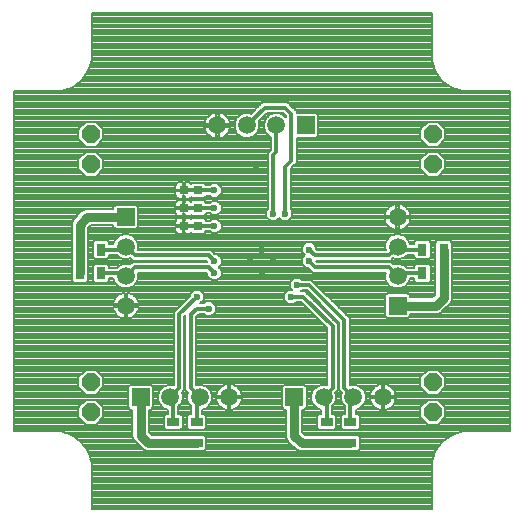
<source format=gbl>
G75*
%MOIN*%
%OFA0B0*%
%FSLAX25Y25*%
%IPPOS*%
%LPD*%
%AMOC8*
5,1,8,0,0,1.08239X$1,22.5*
%
%ADD10R,0.05906X0.05906*%
%ADD11C,0.05906*%
%ADD12R,0.03150X0.03937*%
%ADD13R,0.03937X0.03150*%
%ADD14R,0.02756X0.02756*%
%ADD15R,0.03150X0.01181*%
%ADD16OC8,0.05906*%
%ADD17C,0.02362*%
%ADD18C,0.01181*%
%ADD19C,0.00787*%
%ADD20C,0.03150*%
D10*
X0086521Y0048244D03*
X0137702Y0048244D03*
X0172151Y0078756D03*
X0141639Y0138795D03*
X0081599Y0108283D03*
D11*
X0081599Y0098441D03*
X0081599Y0088598D03*
X0081599Y0078756D03*
X0096363Y0048244D03*
X0106206Y0048244D03*
X0116048Y0048244D03*
X0147544Y0048244D03*
X0157387Y0048244D03*
X0167229Y0048244D03*
X0172151Y0088598D03*
X0172151Y0098441D03*
X0172151Y0108283D03*
X0131796Y0138795D03*
X0121954Y0138795D03*
X0112111Y0138795D03*
D12*
X0073332Y0097457D03*
X0066245Y0097457D03*
X0066245Y0089583D03*
X0073332Y0089583D03*
X0180418Y0089583D03*
X0187505Y0089583D03*
X0187505Y0097457D03*
X0180418Y0097457D03*
D13*
X0156403Y0039976D03*
X0156403Y0032890D03*
X0148529Y0032890D03*
X0148529Y0039976D03*
X0105221Y0039976D03*
X0105221Y0032890D03*
X0097347Y0032890D03*
X0097347Y0039976D03*
D14*
X0100891Y0105331D03*
X0105615Y0105331D03*
X0105615Y0111236D03*
X0100891Y0111236D03*
X0100891Y0117142D03*
X0105615Y0117142D03*
D15*
X0103253Y0117142D03*
X0103253Y0111236D03*
X0103253Y0105331D03*
D16*
X0069883Y0125921D03*
X0069883Y0135921D03*
X0069883Y0053244D03*
X0069883Y0043244D03*
X0183867Y0043244D03*
X0183867Y0053244D03*
X0183867Y0125921D03*
X0183867Y0135921D03*
D17*
X0142623Y0097457D03*
X0142623Y0093520D03*
X0138686Y0085646D03*
X0136718Y0081709D03*
X0126875Y0089583D03*
X0122938Y0093520D03*
X0126875Y0097457D03*
X0130812Y0093520D03*
X0130812Y0109268D03*
X0134749Y0109268D03*
X0124907Y0125016D03*
X0111127Y0117142D03*
X0111127Y0111236D03*
X0111127Y0105331D03*
X0111127Y0093520D03*
X0111127Y0089583D03*
X0105221Y0081709D03*
X0109158Y0077772D03*
D18*
X0105221Y0077772D01*
X0103253Y0075803D01*
X0103253Y0051197D01*
X0106206Y0048244D01*
X0105221Y0047181D01*
X0105221Y0039976D01*
X0097347Y0039976D02*
X0097347Y0047181D01*
X0096363Y0048244D01*
X0099316Y0051197D01*
X0099316Y0075803D01*
X0105221Y0081709D01*
X0111127Y0089583D02*
X0109158Y0091551D01*
X0084552Y0091551D01*
X0081599Y0088598D01*
X0080536Y0089583D01*
X0073332Y0089583D01*
X0073332Y0097457D02*
X0080536Y0097457D01*
X0081599Y0098441D01*
X0084552Y0095488D01*
X0109158Y0095488D01*
X0111127Y0093520D01*
X0111127Y0105331D02*
X0105615Y0105331D01*
X0105615Y0111236D02*
X0111127Y0111236D01*
X0111127Y0117142D02*
X0105615Y0117142D01*
X0121954Y0138795D02*
X0127859Y0144701D01*
X0134749Y0144701D01*
X0136718Y0142732D01*
X0136718Y0126984D01*
X0134749Y0125016D01*
X0134749Y0109268D01*
X0130812Y0109268D02*
X0130812Y0128953D01*
X0131796Y0129937D01*
X0131796Y0138795D01*
X0142623Y0097457D02*
X0144592Y0095488D01*
X0169198Y0095488D01*
X0172151Y0098441D01*
X0173214Y0097457D01*
X0180418Y0097457D01*
X0180418Y0089583D02*
X0173214Y0089583D01*
X0172151Y0088598D01*
X0169198Y0091551D01*
X0144592Y0091551D01*
X0142623Y0093520D01*
X0142623Y0085646D02*
X0138686Y0085646D01*
X0142623Y0085646D02*
X0154434Y0073835D01*
X0154434Y0051197D01*
X0157387Y0048244D01*
X0156403Y0047181D01*
X0156403Y0039976D01*
X0148529Y0039976D02*
X0148529Y0047181D01*
X0147544Y0048244D01*
X0150497Y0051197D01*
X0150497Y0071866D01*
X0140655Y0081709D01*
X0136718Y0081709D01*
D19*
X0044198Y0036827D02*
X0044198Y0150213D01*
X0059910Y0150213D01*
X0063587Y0151407D01*
X0063587Y0151407D01*
X0066715Y0153680D01*
X0068987Y0156807D01*
X0070182Y0160484D01*
X0070182Y0176197D01*
X0183568Y0176197D01*
X0183568Y0160484D01*
X0184763Y0156807D01*
X0187035Y0153680D01*
X0187035Y0153680D01*
X0190163Y0151407D01*
X0193840Y0150213D01*
X0209552Y0150213D01*
X0209552Y0036827D01*
X0195936Y0036827D01*
X0193840Y0036827D01*
X0190163Y0035632D01*
X0190163Y0035632D01*
X0187035Y0033360D01*
X0187035Y0033360D01*
X0187035Y0033360D01*
X0184763Y0030232D01*
X0183568Y0026555D01*
X0183568Y0010843D01*
X0070182Y0010843D01*
X0070182Y0026555D01*
X0068987Y0030232D01*
X0066715Y0033360D01*
X0063587Y0035632D01*
X0059910Y0036827D01*
X0044198Y0036827D01*
X0044198Y0037167D02*
X0083765Y0037167D01*
X0083765Y0037953D02*
X0044198Y0037953D01*
X0044198Y0038739D02*
X0083765Y0038739D01*
X0083765Y0039525D02*
X0072010Y0039525D01*
X0071595Y0039110D02*
X0074017Y0041532D01*
X0074017Y0044956D01*
X0071595Y0047378D01*
X0068171Y0047378D01*
X0065749Y0044956D01*
X0065749Y0041532D01*
X0068171Y0039110D01*
X0071595Y0039110D01*
X0072795Y0040311D02*
X0083765Y0040311D01*
X0083765Y0041096D02*
X0073581Y0041096D01*
X0074017Y0041882D02*
X0083765Y0041882D01*
X0083765Y0042668D02*
X0074017Y0042668D01*
X0074017Y0043454D02*
X0083765Y0043454D01*
X0083765Y0044110D02*
X0083765Y0034901D01*
X0084184Y0033888D01*
X0087519Y0030553D01*
X0088532Y0030134D01*
X0105770Y0030134D01*
X0107679Y0030134D01*
X0108371Y0030826D01*
X0108371Y0034954D01*
X0107679Y0035646D01*
X0090221Y0035646D01*
X0089277Y0036590D01*
X0089277Y0044110D01*
X0089963Y0044110D01*
X0090655Y0044802D01*
X0090655Y0051686D01*
X0089963Y0052378D01*
X0083079Y0052378D01*
X0082387Y0051686D01*
X0082387Y0044802D01*
X0083079Y0044110D01*
X0083765Y0044110D01*
X0082949Y0044240D02*
X0074017Y0044240D01*
X0073947Y0045026D02*
X0082387Y0045026D01*
X0082387Y0045812D02*
X0073161Y0045812D01*
X0072375Y0046598D02*
X0082387Y0046598D01*
X0082387Y0047384D02*
X0044198Y0047384D01*
X0044198Y0048170D02*
X0082387Y0048170D01*
X0082387Y0048956D02*
X0044198Y0048956D01*
X0044198Y0049741D02*
X0067539Y0049741D01*
X0068171Y0049110D02*
X0071595Y0049110D01*
X0074017Y0051532D01*
X0074017Y0054956D01*
X0071595Y0057378D01*
X0068171Y0057378D01*
X0065749Y0054956D01*
X0065749Y0051532D01*
X0068171Y0049110D01*
X0066753Y0050527D02*
X0044198Y0050527D01*
X0044198Y0051313D02*
X0065968Y0051313D01*
X0065749Y0052099D02*
X0044198Y0052099D01*
X0044198Y0052885D02*
X0065749Y0052885D01*
X0065749Y0053671D02*
X0044198Y0053671D01*
X0044198Y0054457D02*
X0065749Y0054457D01*
X0066036Y0055243D02*
X0044198Y0055243D01*
X0044198Y0056029D02*
X0066821Y0056029D01*
X0067607Y0056815D02*
X0044198Y0056815D01*
X0044198Y0057601D02*
X0097544Y0057601D01*
X0097544Y0058387D02*
X0044198Y0058387D01*
X0044198Y0059172D02*
X0097544Y0059172D01*
X0097544Y0059958D02*
X0044198Y0059958D01*
X0044198Y0060744D02*
X0097544Y0060744D01*
X0097544Y0061530D02*
X0044198Y0061530D01*
X0044198Y0062316D02*
X0097544Y0062316D01*
X0097544Y0063102D02*
X0044198Y0063102D01*
X0044198Y0063888D02*
X0097544Y0063888D01*
X0097544Y0064674D02*
X0044198Y0064674D01*
X0044198Y0065460D02*
X0097544Y0065460D01*
X0097544Y0066246D02*
X0044198Y0066246D01*
X0044198Y0067032D02*
X0097544Y0067032D01*
X0097544Y0067817D02*
X0044198Y0067817D01*
X0044198Y0068603D02*
X0097544Y0068603D01*
X0097544Y0069389D02*
X0044198Y0069389D01*
X0044198Y0070175D02*
X0097544Y0070175D01*
X0097544Y0070961D02*
X0044198Y0070961D01*
X0044198Y0071747D02*
X0097544Y0071747D01*
X0097544Y0072533D02*
X0044198Y0072533D01*
X0044198Y0073319D02*
X0097544Y0073319D01*
X0097544Y0074105D02*
X0044198Y0074105D01*
X0044198Y0074891D02*
X0079611Y0074891D01*
X0079321Y0075038D02*
X0079931Y0074728D01*
X0080582Y0074516D01*
X0081206Y0074418D01*
X0081206Y0078362D01*
X0081993Y0078362D01*
X0081993Y0074418D01*
X0082617Y0074516D01*
X0083268Y0074728D01*
X0083877Y0075038D01*
X0084431Y0075441D01*
X0084915Y0075924D01*
X0085317Y0076478D01*
X0085627Y0077087D01*
X0085839Y0077738D01*
X0085938Y0078362D01*
X0081993Y0078362D01*
X0081993Y0079150D01*
X0081206Y0079150D01*
X0081206Y0083094D01*
X0080582Y0082995D01*
X0079931Y0082784D01*
X0079321Y0082473D01*
X0078768Y0082071D01*
X0078284Y0081587D01*
X0077882Y0081034D01*
X0077571Y0080424D01*
X0077360Y0079774D01*
X0077261Y0079150D01*
X0081206Y0079150D01*
X0081206Y0078362D01*
X0077261Y0078362D01*
X0077360Y0077738D01*
X0077571Y0077087D01*
X0077882Y0076478D01*
X0078284Y0075924D01*
X0078768Y0075441D01*
X0079321Y0075038D01*
X0078532Y0075677D02*
X0044198Y0075677D01*
X0044198Y0076463D02*
X0077893Y0076463D01*
X0077519Y0077248D02*
X0044198Y0077248D01*
X0044198Y0078034D02*
X0077313Y0078034D01*
X0077333Y0079606D02*
X0044198Y0079606D01*
X0044198Y0078820D02*
X0081206Y0078820D01*
X0081206Y0078034D02*
X0081993Y0078034D01*
X0081993Y0077248D02*
X0081206Y0077248D01*
X0081206Y0076463D02*
X0081993Y0076463D01*
X0081993Y0075677D02*
X0081206Y0075677D01*
X0081206Y0074891D02*
X0081993Y0074891D01*
X0083587Y0074891D02*
X0097544Y0074891D01*
X0097544Y0075677D02*
X0084667Y0075677D01*
X0085306Y0076463D02*
X0097544Y0076463D01*
X0097544Y0076537D02*
X0097544Y0052229D01*
X0097185Y0052378D01*
X0095541Y0052378D01*
X0094022Y0051749D01*
X0092859Y0050586D01*
X0092229Y0049066D01*
X0092229Y0047422D01*
X0092859Y0045902D01*
X0094022Y0044740D01*
X0095541Y0044110D01*
X0095576Y0044110D01*
X0095576Y0042732D01*
X0094890Y0042732D01*
X0094198Y0042040D01*
X0094198Y0037912D01*
X0094890Y0037220D01*
X0099805Y0037220D01*
X0100497Y0037912D01*
X0100497Y0042040D01*
X0099805Y0042732D01*
X0099119Y0042732D01*
X0099119Y0045154D01*
X0099868Y0045902D01*
X0100497Y0047422D01*
X0100497Y0049066D01*
X0100261Y0049636D01*
X0101088Y0050463D01*
X0101088Y0075069D01*
X0101481Y0075463D01*
X0101481Y0050463D01*
X0102308Y0049636D01*
X0102072Y0049066D01*
X0102072Y0047422D01*
X0102701Y0045902D01*
X0103450Y0045154D01*
X0103450Y0042732D01*
X0102764Y0042732D01*
X0102072Y0042040D01*
X0102072Y0037912D01*
X0102764Y0037220D01*
X0107679Y0037220D01*
X0108371Y0037912D01*
X0108371Y0042040D01*
X0107679Y0042732D01*
X0106993Y0042732D01*
X0106993Y0044110D01*
X0107028Y0044110D01*
X0108547Y0044740D01*
X0109710Y0045902D01*
X0110340Y0047422D01*
X0110340Y0049066D01*
X0109710Y0050586D01*
X0108547Y0051749D01*
X0107028Y0052378D01*
X0105383Y0052378D01*
X0105025Y0052229D01*
X0105025Y0075069D01*
X0105955Y0076000D01*
X0107589Y0076000D01*
X0108180Y0075409D01*
X0110137Y0075409D01*
X0111521Y0076793D01*
X0111521Y0078750D01*
X0110137Y0080134D01*
X0108180Y0080134D01*
X0107589Y0079543D01*
X0106397Y0079543D01*
X0107584Y0080730D01*
X0107584Y0082687D01*
X0106200Y0084071D01*
X0104243Y0084071D01*
X0102859Y0082687D01*
X0102859Y0081852D01*
X0097544Y0076537D01*
X0098256Y0077248D02*
X0085680Y0077248D01*
X0085886Y0078034D02*
X0099042Y0078034D01*
X0099828Y0078820D02*
X0081993Y0078820D01*
X0081993Y0079150D02*
X0085938Y0079150D01*
X0085839Y0079774D01*
X0085627Y0080424D01*
X0085317Y0081034D01*
X0084915Y0081587D01*
X0084431Y0082071D01*
X0083877Y0082473D01*
X0083268Y0082784D01*
X0082617Y0082995D01*
X0081993Y0083094D01*
X0081993Y0079150D01*
X0081993Y0079606D02*
X0081206Y0079606D01*
X0081206Y0080392D02*
X0081993Y0080392D01*
X0081993Y0081178D02*
X0081206Y0081178D01*
X0081206Y0081964D02*
X0081993Y0081964D01*
X0081993Y0082750D02*
X0081206Y0082750D01*
X0079864Y0082750D02*
X0044198Y0082750D01*
X0044198Y0083536D02*
X0103708Y0083536D01*
X0102922Y0082750D02*
X0083335Y0082750D01*
X0084538Y0081964D02*
X0102859Y0081964D01*
X0102185Y0081178D02*
X0085212Y0081178D01*
X0085638Y0080392D02*
X0101399Y0080392D01*
X0100614Y0079606D02*
X0085865Y0079606D01*
X0083941Y0085094D02*
X0085104Y0086257D01*
X0085733Y0087776D01*
X0085733Y0089421D01*
X0085585Y0089780D01*
X0108425Y0089780D01*
X0108765Y0089439D01*
X0108765Y0088604D01*
X0110149Y0087220D01*
X0112105Y0087220D01*
X0113489Y0088604D01*
X0113489Y0090561D01*
X0112499Y0091551D01*
X0113489Y0092541D01*
X0113489Y0094498D01*
X0112105Y0095882D01*
X0111270Y0095882D01*
X0110930Y0096222D01*
X0109892Y0097260D01*
X0085585Y0097260D01*
X0085733Y0097619D01*
X0085733Y0099263D01*
X0085104Y0100783D01*
X0083941Y0101945D01*
X0082422Y0102575D01*
X0080777Y0102575D01*
X0079258Y0101945D01*
X0078095Y0100783D01*
X0077466Y0099263D01*
X0077466Y0099228D01*
X0076088Y0099228D01*
X0076088Y0099914D01*
X0075396Y0100606D01*
X0071268Y0100606D01*
X0070576Y0099914D01*
X0070576Y0094999D01*
X0071268Y0094307D01*
X0075396Y0094307D01*
X0076088Y0094999D01*
X0076088Y0095685D01*
X0078509Y0095685D01*
X0079258Y0094936D01*
X0080777Y0094307D01*
X0082422Y0094307D01*
X0082992Y0094543D01*
X0083818Y0093717D01*
X0108425Y0093717D01*
X0108765Y0093376D01*
X0108765Y0093323D01*
X0083818Y0093323D01*
X0082992Y0092496D01*
X0082422Y0092732D01*
X0080777Y0092732D01*
X0079258Y0092103D01*
X0078509Y0091354D01*
X0076088Y0091354D01*
X0076088Y0092040D01*
X0075396Y0092732D01*
X0071268Y0092732D01*
X0070576Y0092040D01*
X0070576Y0087125D01*
X0071268Y0086433D01*
X0075396Y0086433D01*
X0076088Y0087125D01*
X0076088Y0087811D01*
X0077466Y0087811D01*
X0077466Y0087776D01*
X0078095Y0086257D01*
X0079258Y0085094D01*
X0080777Y0084465D01*
X0082422Y0084465D01*
X0083941Y0085094D01*
X0083955Y0085108D02*
X0136324Y0085108D01*
X0136324Y0084667D02*
X0136920Y0084071D01*
X0135739Y0084071D01*
X0134355Y0082687D01*
X0134355Y0080730D01*
X0135739Y0079346D01*
X0137696Y0079346D01*
X0138287Y0079937D01*
X0139921Y0079937D01*
X0148725Y0071132D01*
X0148725Y0052229D01*
X0148367Y0052378D01*
X0146722Y0052378D01*
X0145203Y0051749D01*
X0144040Y0050586D01*
X0143410Y0049066D01*
X0143410Y0047422D01*
X0144040Y0045902D01*
X0145203Y0044740D01*
X0146722Y0044110D01*
X0146757Y0044110D01*
X0146757Y0042732D01*
X0146071Y0042732D01*
X0145379Y0042040D01*
X0145379Y0037912D01*
X0146071Y0037220D01*
X0150986Y0037220D01*
X0151678Y0037912D01*
X0151678Y0042040D01*
X0150986Y0042732D01*
X0150300Y0042732D01*
X0150300Y0045154D01*
X0151049Y0045902D01*
X0151678Y0047422D01*
X0151678Y0049066D01*
X0151442Y0049636D01*
X0152269Y0050463D01*
X0152269Y0072600D01*
X0141388Y0083480D01*
X0139861Y0083480D01*
X0140255Y0083874D01*
X0141889Y0083874D01*
X0152662Y0073101D01*
X0152662Y0050463D01*
X0153489Y0049636D01*
X0153253Y0049066D01*
X0153253Y0047422D01*
X0153882Y0045902D01*
X0154631Y0045154D01*
X0154631Y0042732D01*
X0153945Y0042732D01*
X0153253Y0042040D01*
X0153253Y0037912D01*
X0153945Y0037220D01*
X0158860Y0037220D01*
X0159552Y0037912D01*
X0159552Y0042040D01*
X0158860Y0042732D01*
X0158174Y0042732D01*
X0158174Y0044110D01*
X0158209Y0044110D01*
X0159728Y0044740D01*
X0160891Y0045902D01*
X0161521Y0047422D01*
X0161521Y0049066D01*
X0160891Y0050586D01*
X0159728Y0051749D01*
X0158209Y0052378D01*
X0156565Y0052378D01*
X0156206Y0052229D01*
X0156206Y0074568D01*
X0143357Y0087417D01*
X0140255Y0087417D01*
X0139665Y0088008D01*
X0137708Y0088008D01*
X0136324Y0086624D01*
X0136324Y0084667D01*
X0136669Y0084322D02*
X0044198Y0084322D01*
X0044198Y0085108D02*
X0079244Y0085108D01*
X0078458Y0085893D02*
X0044198Y0085893D01*
X0044198Y0086679D02*
X0063935Y0086679D01*
X0064181Y0086433D02*
X0068309Y0086433D01*
X0069001Y0087125D01*
X0069001Y0104583D01*
X0069946Y0105528D01*
X0077466Y0105528D01*
X0077466Y0104841D01*
X0078157Y0104150D01*
X0085041Y0104150D01*
X0085733Y0104841D01*
X0085733Y0111725D01*
X0085041Y0112417D01*
X0078157Y0112417D01*
X0077466Y0111725D01*
X0077466Y0111039D01*
X0068256Y0111039D01*
X0067243Y0110620D01*
X0066468Y0109845D01*
X0063909Y0107285D01*
X0063489Y0106273D01*
X0063489Y0096909D01*
X0063489Y0089034D01*
X0063489Y0087125D01*
X0064181Y0086433D01*
X0063489Y0087465D02*
X0044198Y0087465D01*
X0044198Y0088251D02*
X0063489Y0088251D01*
X0063489Y0089037D02*
X0044198Y0089037D01*
X0044198Y0089823D02*
X0063489Y0089823D01*
X0063489Y0090609D02*
X0044198Y0090609D01*
X0044198Y0091395D02*
X0063489Y0091395D01*
X0063489Y0092181D02*
X0044198Y0092181D01*
X0044198Y0092967D02*
X0063489Y0092967D01*
X0063489Y0093753D02*
X0044198Y0093753D01*
X0044198Y0094539D02*
X0063489Y0094539D01*
X0063489Y0095324D02*
X0044198Y0095324D01*
X0044198Y0096110D02*
X0063489Y0096110D01*
X0063489Y0096896D02*
X0044198Y0096896D01*
X0044198Y0097682D02*
X0063489Y0097682D01*
X0063489Y0098468D02*
X0044198Y0098468D01*
X0044198Y0099254D02*
X0063489Y0099254D01*
X0063489Y0100040D02*
X0044198Y0100040D01*
X0044198Y0100826D02*
X0063489Y0100826D01*
X0063489Y0101612D02*
X0044198Y0101612D01*
X0044198Y0102398D02*
X0063489Y0102398D01*
X0063489Y0103184D02*
X0044198Y0103184D01*
X0044198Y0103969D02*
X0063489Y0103969D01*
X0063489Y0104755D02*
X0044198Y0104755D01*
X0044198Y0105541D02*
X0063489Y0105541D01*
X0063512Y0106327D02*
X0044198Y0106327D01*
X0044198Y0107113D02*
X0063837Y0107113D01*
X0064522Y0107899D02*
X0044198Y0107899D01*
X0044198Y0108685D02*
X0065308Y0108685D01*
X0066094Y0109471D02*
X0044198Y0109471D01*
X0044198Y0110257D02*
X0066880Y0110257D01*
X0069174Y0104755D02*
X0077552Y0104755D01*
X0078924Y0101612D02*
X0069001Y0101612D01*
X0069001Y0102398D02*
X0080350Y0102398D01*
X0082849Y0102398D02*
X0170901Y0102398D01*
X0171328Y0102575D02*
X0169809Y0101945D01*
X0168646Y0100783D01*
X0168017Y0099263D01*
X0168017Y0097619D01*
X0168165Y0097260D01*
X0145325Y0097260D01*
X0144985Y0097600D01*
X0144985Y0098435D01*
X0143602Y0099819D01*
X0141645Y0099819D01*
X0140261Y0098435D01*
X0140261Y0096478D01*
X0141251Y0095488D01*
X0140261Y0094498D01*
X0140261Y0092541D01*
X0141645Y0091157D01*
X0142480Y0091157D01*
X0143858Y0089780D01*
X0168165Y0089780D01*
X0168017Y0089421D01*
X0168017Y0087776D01*
X0168646Y0086257D01*
X0169809Y0085094D01*
X0171328Y0084465D01*
X0172973Y0084465D01*
X0174492Y0085094D01*
X0175655Y0086257D01*
X0176284Y0087776D01*
X0176284Y0087811D01*
X0177662Y0087811D01*
X0177662Y0087125D01*
X0178354Y0086433D01*
X0182482Y0086433D01*
X0183174Y0087125D01*
X0183174Y0092040D01*
X0182482Y0092732D01*
X0178354Y0092732D01*
X0177662Y0092040D01*
X0177662Y0091354D01*
X0175241Y0091354D01*
X0174492Y0092103D01*
X0172973Y0092732D01*
X0171328Y0092732D01*
X0170758Y0092496D01*
X0169932Y0093323D01*
X0145325Y0093323D01*
X0144985Y0093663D01*
X0144985Y0093717D01*
X0169932Y0093717D01*
X0170758Y0094543D01*
X0171328Y0094307D01*
X0172973Y0094307D01*
X0174492Y0094936D01*
X0175241Y0095685D01*
X0177662Y0095685D01*
X0177662Y0094999D01*
X0178354Y0094307D01*
X0182482Y0094307D01*
X0183174Y0094999D01*
X0183174Y0099914D01*
X0182482Y0100606D01*
X0178354Y0100606D01*
X0177662Y0099914D01*
X0177662Y0099228D01*
X0176284Y0099228D01*
X0176284Y0099263D01*
X0175655Y0100783D01*
X0174492Y0101945D01*
X0172973Y0102575D01*
X0171328Y0102575D01*
X0171604Y0103969D02*
X0113106Y0103969D01*
X0113489Y0104352D02*
X0112105Y0102969D01*
X0110149Y0102969D01*
X0109558Y0103559D01*
X0108174Y0103559D01*
X0108174Y0103464D01*
X0107482Y0102772D01*
X0103748Y0102772D01*
X0103398Y0103122D01*
X0103384Y0103097D01*
X0103124Y0102838D01*
X0102807Y0102654D01*
X0102452Y0102559D01*
X0101186Y0102559D01*
X0101186Y0103429D01*
X0101140Y0103441D01*
X0100822Y0103625D01*
X0100595Y0103852D01*
X0100595Y0102559D01*
X0099329Y0102559D01*
X0098975Y0102654D01*
X0098657Y0102838D01*
X0098398Y0103097D01*
X0098214Y0103415D01*
X0098119Y0103769D01*
X0098119Y0105035D01*
X0100284Y0105035D01*
X0100284Y0105331D01*
X0100595Y0105331D01*
X0100595Y0105331D01*
X0100284Y0105331D01*
X0100284Y0105626D01*
X0098119Y0105626D01*
X0098119Y0106892D01*
X0098214Y0107247D01*
X0098398Y0107564D01*
X0098657Y0107824D01*
X0098975Y0108007D01*
X0099329Y0108102D01*
X0100595Y0108102D01*
X0100595Y0106810D01*
X0100822Y0107036D01*
X0101140Y0107220D01*
X0101186Y0107232D01*
X0101186Y0108102D01*
X0102452Y0108102D01*
X0102807Y0108007D01*
X0103124Y0107824D01*
X0103384Y0107564D01*
X0103398Y0107540D01*
X0103748Y0107890D01*
X0107482Y0107890D01*
X0108174Y0107198D01*
X0108174Y0107102D01*
X0109558Y0107102D01*
X0110149Y0107693D01*
X0112105Y0107693D01*
X0113489Y0106309D01*
X0113489Y0104352D01*
X0113489Y0104755D02*
X0169612Y0104755D01*
X0169873Y0104566D02*
X0170482Y0104255D01*
X0171133Y0104044D01*
X0171757Y0103945D01*
X0171757Y0107890D01*
X0167812Y0107890D01*
X0167911Y0107266D01*
X0168123Y0106615D01*
X0168433Y0106005D01*
X0168835Y0105452D01*
X0169319Y0104968D01*
X0169873Y0104566D01*
X0168770Y0105541D02*
X0113489Y0105541D01*
X0113471Y0106327D02*
X0168269Y0106327D01*
X0167961Y0107113D02*
X0135935Y0107113D01*
X0135727Y0106906D02*
X0137111Y0108289D01*
X0137111Y0110246D01*
X0136521Y0110837D01*
X0136521Y0124282D01*
X0137451Y0125213D01*
X0138489Y0126250D01*
X0138489Y0134661D01*
X0145081Y0134661D01*
X0145773Y0135353D01*
X0145773Y0142237D01*
X0145081Y0142929D01*
X0138489Y0142929D01*
X0138489Y0143466D01*
X0136521Y0145435D01*
X0135483Y0146472D01*
X0127125Y0146472D01*
X0123346Y0142693D01*
X0122776Y0142929D01*
X0121131Y0142929D01*
X0119612Y0142300D01*
X0118449Y0141137D01*
X0117820Y0139618D01*
X0117820Y0137973D01*
X0118449Y0136454D01*
X0119612Y0135291D01*
X0121131Y0134661D01*
X0122776Y0134661D01*
X0124295Y0135291D01*
X0125458Y0136454D01*
X0126088Y0137973D01*
X0126088Y0139618D01*
X0125852Y0140188D01*
X0128593Y0142929D01*
X0134015Y0142929D01*
X0134946Y0141998D01*
X0134946Y0141492D01*
X0134138Y0142300D01*
X0132619Y0142929D01*
X0130974Y0142929D01*
X0129455Y0142300D01*
X0128292Y0141137D01*
X0127662Y0139618D01*
X0127662Y0137973D01*
X0128292Y0136454D01*
X0129455Y0135291D01*
X0130025Y0135055D01*
X0130025Y0130671D01*
X0129040Y0129687D01*
X0129040Y0110837D01*
X0128450Y0110246D01*
X0128450Y0108289D01*
X0129834Y0106906D01*
X0131790Y0106906D01*
X0132781Y0107896D01*
X0133771Y0106906D01*
X0135727Y0106906D01*
X0136721Y0107899D02*
X0171757Y0107899D01*
X0171757Y0107890D02*
X0171757Y0108677D01*
X0167812Y0108677D01*
X0167911Y0109301D01*
X0168123Y0109952D01*
X0168433Y0110562D01*
X0168835Y0111115D01*
X0169319Y0111599D01*
X0169873Y0112001D01*
X0170482Y0112311D01*
X0171133Y0112523D01*
X0171757Y0112622D01*
X0171757Y0108677D01*
X0172544Y0108677D01*
X0172544Y0112622D01*
X0173168Y0112523D01*
X0173819Y0112311D01*
X0174429Y0112001D01*
X0174982Y0111599D01*
X0175466Y0111115D01*
X0175868Y0110562D01*
X0176179Y0109952D01*
X0176390Y0109301D01*
X0176489Y0108677D01*
X0172544Y0108677D01*
X0172544Y0107890D01*
X0172544Y0103945D01*
X0173168Y0104044D01*
X0173819Y0104255D01*
X0174429Y0104566D01*
X0174982Y0104968D01*
X0175466Y0105452D01*
X0175868Y0106005D01*
X0176179Y0106615D01*
X0176390Y0107266D01*
X0176489Y0107890D01*
X0172544Y0107890D01*
X0171757Y0107890D01*
X0171757Y0107113D02*
X0172544Y0107113D01*
X0172544Y0106327D02*
X0171757Y0106327D01*
X0171757Y0105541D02*
X0172544Y0105541D01*
X0172544Y0104755D02*
X0171757Y0104755D01*
X0171757Y0103969D02*
X0172544Y0103969D01*
X0172698Y0103969D02*
X0209552Y0103969D01*
X0209552Y0103184D02*
X0112321Y0103184D01*
X0109933Y0103184D02*
X0107894Y0103184D01*
X0108174Y0107113D02*
X0109569Y0107113D01*
X0110149Y0108874D02*
X0112105Y0108874D01*
X0113489Y0110258D01*
X0113489Y0112215D01*
X0112105Y0113598D01*
X0110149Y0113598D01*
X0109558Y0113008D01*
X0108174Y0113008D01*
X0108174Y0113103D01*
X0107482Y0113795D01*
X0103748Y0113795D01*
X0103398Y0113445D01*
X0103384Y0113470D01*
X0103124Y0113729D01*
X0102807Y0113913D01*
X0102452Y0114008D01*
X0101186Y0114008D01*
X0101186Y0113138D01*
X0101140Y0113125D01*
X0100822Y0112942D01*
X0100595Y0112715D01*
X0100595Y0114008D01*
X0099329Y0114008D01*
X0098975Y0113913D01*
X0098657Y0113729D01*
X0098398Y0113470D01*
X0098214Y0113152D01*
X0098119Y0112798D01*
X0098119Y0111531D01*
X0100284Y0111531D01*
X0100284Y0111236D01*
X0100284Y0110941D01*
X0098119Y0110941D01*
X0098119Y0109675D01*
X0098214Y0109320D01*
X0098398Y0109003D01*
X0098657Y0108743D01*
X0098975Y0108560D01*
X0099329Y0108465D01*
X0100595Y0108465D01*
X0100595Y0109757D01*
X0100822Y0109530D01*
X0101140Y0109347D01*
X0101186Y0109335D01*
X0101186Y0108465D01*
X0102452Y0108465D01*
X0102807Y0108560D01*
X0103124Y0108743D01*
X0103384Y0109003D01*
X0103398Y0109027D01*
X0103748Y0108677D01*
X0107482Y0108677D01*
X0108174Y0109369D01*
X0108174Y0109465D01*
X0109558Y0109465D01*
X0110149Y0108874D01*
X0112702Y0109471D02*
X0128450Y0109471D01*
X0128460Y0110257D02*
X0113488Y0110257D01*
X0113489Y0111043D02*
X0129040Y0111043D01*
X0129040Y0111829D02*
X0113489Y0111829D01*
X0113089Y0112615D02*
X0129040Y0112615D01*
X0129040Y0113400D02*
X0112303Y0113400D01*
X0112105Y0114780D02*
X0110149Y0114780D01*
X0109558Y0115370D01*
X0108174Y0115370D01*
X0108174Y0115275D01*
X0107482Y0114583D01*
X0103748Y0114583D01*
X0103398Y0114933D01*
X0103384Y0114908D01*
X0103124Y0114649D01*
X0102807Y0114465D01*
X0102452Y0114370D01*
X0101186Y0114370D01*
X0101186Y0115240D01*
X0101140Y0115252D01*
X0100822Y0115436D01*
X0100595Y0115663D01*
X0100595Y0114370D01*
X0099329Y0114370D01*
X0098975Y0114465D01*
X0098657Y0114649D01*
X0098398Y0114908D01*
X0098214Y0115226D01*
X0098119Y0115580D01*
X0098119Y0116846D01*
X0100284Y0116846D01*
X0100284Y0117142D01*
X0100595Y0117142D01*
X0100595Y0117142D01*
X0100284Y0117142D01*
X0100284Y0117437D01*
X0098119Y0117437D01*
X0098119Y0118703D01*
X0098214Y0119058D01*
X0098398Y0119375D01*
X0098657Y0119635D01*
X0098975Y0119818D01*
X0099329Y0119913D01*
X0100595Y0119913D01*
X0100595Y0118621D01*
X0100822Y0118848D01*
X0101140Y0119031D01*
X0101186Y0119043D01*
X0101186Y0119913D01*
X0102452Y0119913D01*
X0102807Y0119818D01*
X0103124Y0119635D01*
X0103384Y0119375D01*
X0103398Y0119351D01*
X0103748Y0119701D01*
X0107482Y0119701D01*
X0108174Y0119009D01*
X0108174Y0118913D01*
X0109558Y0118913D01*
X0110149Y0119504D01*
X0112105Y0119504D01*
X0113489Y0118120D01*
X0113489Y0116163D01*
X0112105Y0114780D01*
X0112298Y0114972D02*
X0129040Y0114972D01*
X0129040Y0114186D02*
X0044198Y0114186D01*
X0044198Y0113400D02*
X0098357Y0113400D01*
X0098119Y0112615D02*
X0044198Y0112615D01*
X0044198Y0111829D02*
X0077569Y0111829D01*
X0077466Y0111043D02*
X0044198Y0111043D01*
X0044198Y0114972D02*
X0098360Y0114972D01*
X0098119Y0115758D02*
X0044198Y0115758D01*
X0044198Y0116544D02*
X0098119Y0116544D01*
X0098119Y0118116D02*
X0044198Y0118116D01*
X0044198Y0118902D02*
X0098172Y0118902D01*
X0098749Y0119688D02*
X0044198Y0119688D01*
X0044198Y0120474D02*
X0129040Y0120474D01*
X0129040Y0121260D02*
X0044198Y0121260D01*
X0044198Y0122045D02*
X0067913Y0122045D01*
X0068171Y0121787D02*
X0071595Y0121787D01*
X0074017Y0124209D01*
X0074017Y0127634D01*
X0071595Y0130055D01*
X0068171Y0130055D01*
X0065749Y0127634D01*
X0065749Y0124209D01*
X0068171Y0121787D01*
X0067127Y0122831D02*
X0044198Y0122831D01*
X0044198Y0123617D02*
X0066341Y0123617D01*
X0065749Y0124403D02*
X0044198Y0124403D01*
X0044198Y0125189D02*
X0065749Y0125189D01*
X0065749Y0125975D02*
X0044198Y0125975D01*
X0044198Y0126761D02*
X0065749Y0126761D01*
X0065749Y0127547D02*
X0044198Y0127547D01*
X0044198Y0128333D02*
X0066448Y0128333D01*
X0067234Y0129119D02*
X0044198Y0129119D01*
X0044198Y0129905D02*
X0068020Y0129905D01*
X0068171Y0131787D02*
X0071595Y0131787D01*
X0074017Y0134209D01*
X0074017Y0137634D01*
X0071595Y0140055D01*
X0068171Y0140055D01*
X0065749Y0137634D01*
X0065749Y0134209D01*
X0068171Y0131787D01*
X0067696Y0132262D02*
X0044198Y0132262D01*
X0044198Y0131476D02*
X0130025Y0131476D01*
X0130025Y0130691D02*
X0044198Y0130691D01*
X0044198Y0133048D02*
X0066910Y0133048D01*
X0066124Y0133834D02*
X0044198Y0133834D01*
X0044198Y0134620D02*
X0065749Y0134620D01*
X0065749Y0135406D02*
X0044198Y0135406D01*
X0044198Y0136192D02*
X0065749Y0136192D01*
X0065749Y0136978D02*
X0044198Y0136978D01*
X0044198Y0137764D02*
X0065879Y0137764D01*
X0066665Y0138550D02*
X0044198Y0138550D01*
X0044198Y0139336D02*
X0067451Y0139336D01*
X0072315Y0139336D02*
X0107796Y0139336D01*
X0107773Y0139189D02*
X0111717Y0139189D01*
X0111717Y0138402D01*
X0107773Y0138402D01*
X0107872Y0137777D01*
X0108083Y0137127D01*
X0108394Y0136517D01*
X0108796Y0135964D01*
X0109280Y0135480D01*
X0109833Y0135078D01*
X0110443Y0134767D01*
X0111093Y0134556D01*
X0111718Y0134457D01*
X0111718Y0138402D01*
X0112505Y0138402D01*
X0112505Y0139189D01*
X0116450Y0139189D01*
X0116351Y0139813D01*
X0116139Y0140464D01*
X0115829Y0141073D01*
X0115427Y0141627D01*
X0114943Y0142111D01*
X0114389Y0142513D01*
X0113780Y0142823D01*
X0113129Y0143035D01*
X0112505Y0143134D01*
X0112505Y0139189D01*
X0111718Y0139189D01*
X0111718Y0143134D01*
X0111093Y0143035D01*
X0110443Y0142823D01*
X0109833Y0142513D01*
X0109280Y0142111D01*
X0108796Y0141627D01*
X0108394Y0141073D01*
X0108083Y0140464D01*
X0107872Y0139813D01*
X0107773Y0139189D01*
X0107972Y0140121D02*
X0044198Y0140121D01*
X0044198Y0140907D02*
X0108309Y0140907D01*
X0108862Y0141693D02*
X0044198Y0141693D01*
X0044198Y0142479D02*
X0109787Y0142479D01*
X0111718Y0142479D02*
X0112505Y0142479D01*
X0112505Y0141693D02*
X0111718Y0141693D01*
X0111718Y0140907D02*
X0112505Y0140907D01*
X0112505Y0140121D02*
X0111718Y0140121D01*
X0111718Y0139336D02*
X0112505Y0139336D01*
X0112505Y0138550D02*
X0117820Y0138550D01*
X0117820Y0139336D02*
X0116426Y0139336D01*
X0116250Y0140121D02*
X0118029Y0140121D01*
X0118354Y0140907D02*
X0115913Y0140907D01*
X0115360Y0141693D02*
X0119006Y0141693D01*
X0120045Y0142479D02*
X0114435Y0142479D01*
X0112505Y0138402D02*
X0116450Y0138402D01*
X0116351Y0137777D01*
X0116139Y0137127D01*
X0115829Y0136517D01*
X0115427Y0135964D01*
X0114943Y0135480D01*
X0114389Y0135078D01*
X0113780Y0134767D01*
X0113129Y0134556D01*
X0112505Y0134457D01*
X0112505Y0138402D01*
X0112505Y0137764D02*
X0111718Y0137764D01*
X0111717Y0138550D02*
X0073101Y0138550D01*
X0073887Y0137764D02*
X0107876Y0137764D01*
X0108159Y0136978D02*
X0074017Y0136978D01*
X0074017Y0136192D02*
X0108630Y0136192D01*
X0109382Y0135406D02*
X0074017Y0135406D01*
X0074017Y0134620D02*
X0110896Y0134620D01*
X0111718Y0134620D02*
X0112505Y0134620D01*
X0112505Y0135406D02*
X0111718Y0135406D01*
X0111718Y0136192D02*
X0112505Y0136192D01*
X0112505Y0136978D02*
X0111718Y0136978D01*
X0113327Y0134620D02*
X0130025Y0134620D01*
X0130025Y0133834D02*
X0073642Y0133834D01*
X0072856Y0133048D02*
X0130025Y0133048D01*
X0130025Y0132262D02*
X0072070Y0132262D01*
X0071746Y0129905D02*
X0129258Y0129905D01*
X0129040Y0129119D02*
X0072532Y0129119D01*
X0073318Y0128333D02*
X0129040Y0128333D01*
X0129040Y0127547D02*
X0074017Y0127547D01*
X0074017Y0126761D02*
X0129040Y0126761D01*
X0129040Y0125975D02*
X0074017Y0125975D01*
X0074017Y0125189D02*
X0129040Y0125189D01*
X0129040Y0124403D02*
X0074017Y0124403D01*
X0073425Y0123617D02*
X0129040Y0123617D01*
X0129040Y0122831D02*
X0072639Y0122831D01*
X0071853Y0122045D02*
X0129040Y0122045D01*
X0129040Y0119688D02*
X0107495Y0119688D01*
X0103735Y0119688D02*
X0103033Y0119688D01*
X0101186Y0119688D02*
X0100595Y0119688D01*
X0100595Y0118902D02*
X0100916Y0118902D01*
X0100284Y0117330D02*
X0044198Y0117330D01*
X0044198Y0143265D02*
X0123918Y0143265D01*
X0124704Y0144051D02*
X0044198Y0144051D01*
X0044198Y0144837D02*
X0125490Y0144837D01*
X0126276Y0145623D02*
X0044198Y0145623D01*
X0044198Y0146409D02*
X0127062Y0146409D01*
X0128143Y0142479D02*
X0129888Y0142479D01*
X0128848Y0141693D02*
X0127357Y0141693D01*
X0126571Y0140907D02*
X0128197Y0140907D01*
X0127871Y0140121D02*
X0125879Y0140121D01*
X0126088Y0139336D02*
X0127662Y0139336D01*
X0127662Y0138550D02*
X0126088Y0138550D01*
X0126001Y0137764D02*
X0127749Y0137764D01*
X0128075Y0136978D02*
X0125675Y0136978D01*
X0125197Y0136192D02*
X0128553Y0136192D01*
X0129339Y0135406D02*
X0124411Y0135406D01*
X0119497Y0135406D02*
X0114841Y0135406D01*
X0115592Y0136192D02*
X0118711Y0136192D01*
X0118232Y0136978D02*
X0116063Y0136978D01*
X0116346Y0137764D02*
X0117907Y0137764D01*
X0133705Y0142479D02*
X0134465Y0142479D01*
X0134744Y0141693D02*
X0134946Y0141693D01*
X0137118Y0144837D02*
X0209552Y0144837D01*
X0209552Y0145623D02*
X0136332Y0145623D01*
X0135547Y0146409D02*
X0209552Y0146409D01*
X0209552Y0147195D02*
X0044198Y0147195D01*
X0044198Y0147981D02*
X0209552Y0147981D01*
X0209552Y0148767D02*
X0044198Y0148767D01*
X0044198Y0149552D02*
X0209552Y0149552D01*
X0209552Y0144051D02*
X0137904Y0144051D01*
X0138489Y0143265D02*
X0209552Y0143265D01*
X0209552Y0142479D02*
X0145531Y0142479D01*
X0145773Y0141693D02*
X0209552Y0141693D01*
X0209552Y0140907D02*
X0145773Y0140907D01*
X0145773Y0140121D02*
X0209552Y0140121D01*
X0209552Y0139336D02*
X0186299Y0139336D01*
X0185579Y0140055D02*
X0182155Y0140055D01*
X0179733Y0137634D01*
X0179733Y0134209D01*
X0182155Y0131787D01*
X0185579Y0131787D01*
X0188001Y0134209D01*
X0188001Y0137634D01*
X0185579Y0140055D01*
X0187085Y0138550D02*
X0209552Y0138550D01*
X0209552Y0137764D02*
X0187871Y0137764D01*
X0188001Y0136978D02*
X0209552Y0136978D01*
X0209552Y0136192D02*
X0188001Y0136192D01*
X0188001Y0135406D02*
X0209552Y0135406D01*
X0209552Y0134620D02*
X0188001Y0134620D01*
X0187626Y0133834D02*
X0209552Y0133834D01*
X0209552Y0133048D02*
X0186840Y0133048D01*
X0186054Y0132262D02*
X0209552Y0132262D01*
X0209552Y0131476D02*
X0138489Y0131476D01*
X0138489Y0130691D02*
X0209552Y0130691D01*
X0209552Y0129905D02*
X0185730Y0129905D01*
X0185579Y0130055D02*
X0182155Y0130055D01*
X0179733Y0127634D01*
X0179733Y0124209D01*
X0182155Y0121787D01*
X0185579Y0121787D01*
X0188001Y0124209D01*
X0188001Y0127634D01*
X0185579Y0130055D01*
X0186516Y0129119D02*
X0209552Y0129119D01*
X0209552Y0128333D02*
X0187302Y0128333D01*
X0188001Y0127547D02*
X0209552Y0127547D01*
X0209552Y0126761D02*
X0188001Y0126761D01*
X0188001Y0125975D02*
X0209552Y0125975D01*
X0209552Y0125189D02*
X0188001Y0125189D01*
X0188001Y0124403D02*
X0209552Y0124403D01*
X0209552Y0123617D02*
X0187409Y0123617D01*
X0186623Y0122831D02*
X0209552Y0122831D01*
X0209552Y0122045D02*
X0185838Y0122045D01*
X0181897Y0122045D02*
X0136521Y0122045D01*
X0136521Y0121260D02*
X0209552Y0121260D01*
X0209552Y0120474D02*
X0136521Y0120474D01*
X0136521Y0119688D02*
X0209552Y0119688D01*
X0209552Y0118902D02*
X0136521Y0118902D01*
X0136521Y0118116D02*
X0209552Y0118116D01*
X0209552Y0117330D02*
X0136521Y0117330D01*
X0136521Y0116544D02*
X0209552Y0116544D01*
X0209552Y0115758D02*
X0136521Y0115758D01*
X0136521Y0114972D02*
X0209552Y0114972D01*
X0209552Y0114186D02*
X0136521Y0114186D01*
X0136521Y0113400D02*
X0209552Y0113400D01*
X0209552Y0112615D02*
X0172590Y0112615D01*
X0172544Y0112615D02*
X0171757Y0112615D01*
X0171711Y0112615D02*
X0136521Y0112615D01*
X0136521Y0111829D02*
X0169635Y0111829D01*
X0168783Y0111043D02*
X0136521Y0111043D01*
X0137101Y0110257D02*
X0168278Y0110257D01*
X0167966Y0109471D02*
X0137111Y0109471D01*
X0137111Y0108685D02*
X0167814Y0108685D01*
X0171757Y0108685D02*
X0172544Y0108685D01*
X0172544Y0109471D02*
X0171757Y0109471D01*
X0171757Y0110257D02*
X0172544Y0110257D01*
X0172544Y0111043D02*
X0171757Y0111043D01*
X0171757Y0111829D02*
X0172544Y0111829D01*
X0174666Y0111829D02*
X0209552Y0111829D01*
X0209552Y0111043D02*
X0175518Y0111043D01*
X0176023Y0110257D02*
X0209552Y0110257D01*
X0209552Y0109471D02*
X0176335Y0109471D01*
X0176488Y0108685D02*
X0209552Y0108685D01*
X0209552Y0107899D02*
X0172544Y0107899D01*
X0175531Y0105541D02*
X0209552Y0105541D01*
X0209552Y0104755D02*
X0174689Y0104755D01*
X0176032Y0106327D02*
X0209552Y0106327D01*
X0209552Y0107113D02*
X0176340Y0107113D01*
X0173401Y0102398D02*
X0209552Y0102398D01*
X0209552Y0101612D02*
X0174826Y0101612D01*
X0175612Y0100826D02*
X0209552Y0100826D01*
X0209552Y0100040D02*
X0190135Y0100040D01*
X0190261Y0099914D02*
X0189569Y0100606D01*
X0185441Y0100606D01*
X0184749Y0099914D01*
X0184749Y0082456D01*
X0183804Y0081512D01*
X0176284Y0081512D01*
X0176284Y0082198D01*
X0175593Y0082890D01*
X0168709Y0082890D01*
X0168017Y0082198D01*
X0168017Y0075314D01*
X0168709Y0074622D01*
X0175593Y0074622D01*
X0176284Y0075314D01*
X0176284Y0076000D01*
X0185494Y0076000D01*
X0186507Y0076420D01*
X0187282Y0077195D01*
X0189841Y0079754D01*
X0190261Y0080767D01*
X0190261Y0090131D01*
X0190261Y0098005D01*
X0190261Y0099914D01*
X0190261Y0099254D02*
X0209552Y0099254D01*
X0209552Y0098468D02*
X0190261Y0098468D01*
X0190261Y0097682D02*
X0209552Y0097682D01*
X0209552Y0096896D02*
X0190261Y0096896D01*
X0190261Y0096110D02*
X0209552Y0096110D01*
X0209552Y0095324D02*
X0190261Y0095324D01*
X0190261Y0094539D02*
X0209552Y0094539D01*
X0209552Y0093753D02*
X0190261Y0093753D01*
X0190261Y0092967D02*
X0209552Y0092967D01*
X0209552Y0092181D02*
X0190261Y0092181D01*
X0190261Y0091395D02*
X0209552Y0091395D01*
X0209552Y0090609D02*
X0190261Y0090609D01*
X0190261Y0089823D02*
X0209552Y0089823D01*
X0209552Y0089037D02*
X0190261Y0089037D01*
X0190261Y0088251D02*
X0209552Y0088251D01*
X0209552Y0087465D02*
X0190261Y0087465D01*
X0190261Y0086679D02*
X0209552Y0086679D01*
X0209552Y0085893D02*
X0190261Y0085893D01*
X0190261Y0085108D02*
X0209552Y0085108D01*
X0209552Y0084322D02*
X0190261Y0084322D01*
X0190261Y0083536D02*
X0209552Y0083536D01*
X0209552Y0082750D02*
X0190261Y0082750D01*
X0190261Y0081964D02*
X0209552Y0081964D01*
X0209552Y0081178D02*
X0190261Y0081178D01*
X0190106Y0080392D02*
X0209552Y0080392D01*
X0209552Y0079606D02*
X0189694Y0079606D01*
X0188908Y0078820D02*
X0209552Y0078820D01*
X0209552Y0078034D02*
X0188122Y0078034D01*
X0187336Y0077248D02*
X0209552Y0077248D01*
X0209552Y0076463D02*
X0186550Y0076463D01*
X0184256Y0081964D02*
X0176284Y0081964D01*
X0175733Y0082750D02*
X0184749Y0082750D01*
X0184749Y0083536D02*
X0147238Y0083536D01*
X0146453Y0084322D02*
X0184749Y0084322D01*
X0184749Y0085108D02*
X0174506Y0085108D01*
X0175292Y0085893D02*
X0184749Y0085893D01*
X0184749Y0086679D02*
X0182729Y0086679D01*
X0183174Y0087465D02*
X0184749Y0087465D01*
X0184749Y0088251D02*
X0183174Y0088251D01*
X0183174Y0089037D02*
X0184749Y0089037D01*
X0184749Y0089823D02*
X0183174Y0089823D01*
X0183174Y0090609D02*
X0184749Y0090609D01*
X0184749Y0091395D02*
X0183174Y0091395D01*
X0183034Y0092181D02*
X0184749Y0092181D01*
X0184749Y0092967D02*
X0170288Y0092967D01*
X0169968Y0093753D02*
X0184749Y0093753D01*
X0184749Y0094539D02*
X0182714Y0094539D01*
X0183174Y0095324D02*
X0184749Y0095324D01*
X0184749Y0096110D02*
X0183174Y0096110D01*
X0183174Y0096896D02*
X0184749Y0096896D01*
X0184749Y0097682D02*
X0183174Y0097682D01*
X0183174Y0098468D02*
X0184749Y0098468D01*
X0184749Y0099254D02*
X0183174Y0099254D01*
X0183049Y0100040D02*
X0184875Y0100040D01*
X0177788Y0100040D02*
X0175963Y0100040D01*
X0176284Y0099254D02*
X0177662Y0099254D01*
X0177662Y0095324D02*
X0174880Y0095324D01*
X0173532Y0094539D02*
X0178123Y0094539D01*
X0177803Y0092181D02*
X0174304Y0092181D01*
X0175200Y0091395D02*
X0177662Y0091395D01*
X0177662Y0087465D02*
X0176156Y0087465D01*
X0175830Y0086679D02*
X0178108Y0086679D01*
X0169795Y0085108D02*
X0145667Y0085108D01*
X0144881Y0085893D02*
X0169009Y0085893D01*
X0168471Y0086679D02*
X0144095Y0086679D01*
X0142227Y0083536D02*
X0139917Y0083536D01*
X0142119Y0082750D02*
X0143013Y0082750D01*
X0142905Y0081964D02*
X0143799Y0081964D01*
X0143691Y0081178D02*
X0144585Y0081178D01*
X0144477Y0080392D02*
X0145371Y0080392D01*
X0145263Y0079606D02*
X0146157Y0079606D01*
X0146048Y0078820D02*
X0146943Y0078820D01*
X0146834Y0078034D02*
X0147729Y0078034D01*
X0147620Y0077248D02*
X0148515Y0077248D01*
X0148406Y0076463D02*
X0149301Y0076463D01*
X0149192Y0075677D02*
X0150087Y0075677D01*
X0149978Y0074891D02*
X0150873Y0074891D01*
X0150764Y0074105D02*
X0151658Y0074105D01*
X0151550Y0073319D02*
X0152444Y0073319D01*
X0152269Y0072533D02*
X0152662Y0072533D01*
X0152662Y0071747D02*
X0152269Y0071747D01*
X0152269Y0070961D02*
X0152662Y0070961D01*
X0152662Y0070175D02*
X0152269Y0070175D01*
X0152269Y0069389D02*
X0152662Y0069389D01*
X0152662Y0068603D02*
X0152269Y0068603D01*
X0152269Y0067817D02*
X0152662Y0067817D01*
X0152662Y0067032D02*
X0152269Y0067032D01*
X0152269Y0066246D02*
X0152662Y0066246D01*
X0152662Y0065460D02*
X0152269Y0065460D01*
X0152269Y0064674D02*
X0152662Y0064674D01*
X0152662Y0063888D02*
X0152269Y0063888D01*
X0152269Y0063102D02*
X0152662Y0063102D01*
X0152662Y0062316D02*
X0152269Y0062316D01*
X0152269Y0061530D02*
X0152662Y0061530D01*
X0152662Y0060744D02*
X0152269Y0060744D01*
X0152269Y0059958D02*
X0152662Y0059958D01*
X0152662Y0059172D02*
X0152269Y0059172D01*
X0152269Y0058387D02*
X0152662Y0058387D01*
X0152662Y0057601D02*
X0152269Y0057601D01*
X0152269Y0056815D02*
X0152662Y0056815D01*
X0152662Y0056029D02*
X0152269Y0056029D01*
X0152269Y0055243D02*
X0152662Y0055243D01*
X0152662Y0054457D02*
X0152269Y0054457D01*
X0152269Y0053671D02*
X0152662Y0053671D01*
X0152662Y0052885D02*
X0152269Y0052885D01*
X0152269Y0052099D02*
X0152662Y0052099D01*
X0152662Y0051313D02*
X0152269Y0051313D01*
X0152269Y0050527D02*
X0152662Y0050527D01*
X0153384Y0049741D02*
X0151547Y0049741D01*
X0151678Y0048956D02*
X0153253Y0048956D01*
X0153253Y0048170D02*
X0151678Y0048170D01*
X0151662Y0047384D02*
X0153269Y0047384D01*
X0153594Y0046598D02*
X0151337Y0046598D01*
X0150958Y0045812D02*
X0153973Y0045812D01*
X0154631Y0045026D02*
X0150300Y0045026D01*
X0150300Y0044240D02*
X0154631Y0044240D01*
X0154631Y0043454D02*
X0150300Y0043454D01*
X0151050Y0042668D02*
X0153881Y0042668D01*
X0153253Y0041882D02*
X0151678Y0041882D01*
X0151678Y0041096D02*
X0153253Y0041096D01*
X0153253Y0040311D02*
X0151678Y0040311D01*
X0151678Y0039525D02*
X0153253Y0039525D01*
X0153253Y0038739D02*
X0151678Y0038739D01*
X0151678Y0037953D02*
X0153253Y0037953D01*
X0158860Y0035646D02*
X0141402Y0035646D01*
X0140458Y0036590D01*
X0140458Y0044110D01*
X0141144Y0044110D01*
X0141836Y0044802D01*
X0141836Y0051686D01*
X0141144Y0052378D01*
X0134260Y0052378D01*
X0133568Y0051686D01*
X0133568Y0044802D01*
X0134260Y0044110D01*
X0134946Y0044110D01*
X0134946Y0034901D01*
X0135365Y0033888D01*
X0136141Y0033112D01*
X0138700Y0030553D01*
X0139713Y0030134D01*
X0149077Y0030134D01*
X0156951Y0030134D01*
X0158860Y0030134D01*
X0159552Y0030826D01*
X0159552Y0034954D01*
X0158860Y0035646D01*
X0158911Y0035595D02*
X0190112Y0035595D01*
X0189030Y0034809D02*
X0159552Y0034809D01*
X0159552Y0034023D02*
X0187948Y0034023D01*
X0186946Y0033237D02*
X0159552Y0033237D01*
X0159552Y0032451D02*
X0186375Y0032451D01*
X0185804Y0031665D02*
X0159552Y0031665D01*
X0159552Y0030880D02*
X0185233Y0030880D01*
X0184763Y0030232D02*
X0184763Y0030232D01*
X0184718Y0030094D02*
X0069032Y0030094D01*
X0068987Y0030232D02*
X0068987Y0030232D01*
X0068517Y0030880D02*
X0087192Y0030880D01*
X0086407Y0031665D02*
X0067946Y0031665D01*
X0067375Y0032451D02*
X0085621Y0032451D01*
X0084835Y0033237D02*
X0066804Y0033237D01*
X0066715Y0033360D02*
X0066715Y0033360D01*
X0066715Y0033360D01*
X0065802Y0034023D02*
X0084128Y0034023D01*
X0083803Y0034809D02*
X0064720Y0034809D01*
X0063638Y0035595D02*
X0083765Y0035595D01*
X0083765Y0036381D02*
X0061282Y0036381D01*
X0063587Y0035632D02*
X0063587Y0035632D01*
X0067756Y0039525D02*
X0044198Y0039525D01*
X0044198Y0040311D02*
X0066970Y0040311D01*
X0066184Y0041096D02*
X0044198Y0041096D01*
X0044198Y0041882D02*
X0065749Y0041882D01*
X0065749Y0042668D02*
X0044198Y0042668D01*
X0044198Y0043454D02*
X0065749Y0043454D01*
X0065749Y0044240D02*
X0044198Y0044240D01*
X0044198Y0045026D02*
X0065819Y0045026D01*
X0066605Y0045812D02*
X0044198Y0045812D01*
X0044198Y0046598D02*
X0067390Y0046598D01*
X0072226Y0049741D02*
X0082387Y0049741D01*
X0082387Y0050527D02*
X0073012Y0050527D01*
X0073798Y0051313D02*
X0082387Y0051313D01*
X0082800Y0052099D02*
X0074017Y0052099D01*
X0074017Y0052885D02*
X0097544Y0052885D01*
X0097544Y0053671D02*
X0074017Y0053671D01*
X0074017Y0054457D02*
X0097544Y0054457D01*
X0097544Y0055243D02*
X0073730Y0055243D01*
X0072944Y0056029D02*
X0097544Y0056029D01*
X0097544Y0056815D02*
X0072158Y0056815D01*
X0090241Y0052099D02*
X0094868Y0052099D01*
X0093586Y0051313D02*
X0090655Y0051313D01*
X0090655Y0050527D02*
X0092835Y0050527D01*
X0092509Y0049741D02*
X0090655Y0049741D01*
X0090655Y0048956D02*
X0092229Y0048956D01*
X0092229Y0048170D02*
X0090655Y0048170D01*
X0090655Y0047384D02*
X0092245Y0047384D01*
X0092571Y0046598D02*
X0090655Y0046598D01*
X0090655Y0045812D02*
X0092949Y0045812D01*
X0093735Y0045026D02*
X0090655Y0045026D01*
X0090093Y0044240D02*
X0095227Y0044240D01*
X0095576Y0043454D02*
X0089277Y0043454D01*
X0089277Y0042668D02*
X0094826Y0042668D01*
X0094198Y0041882D02*
X0089277Y0041882D01*
X0089277Y0041096D02*
X0094198Y0041096D01*
X0094198Y0040311D02*
X0089277Y0040311D01*
X0089277Y0039525D02*
X0094198Y0039525D01*
X0094198Y0038739D02*
X0089277Y0038739D01*
X0089277Y0037953D02*
X0094198Y0037953D01*
X0089486Y0036381D02*
X0134946Y0036381D01*
X0134946Y0037167D02*
X0089277Y0037167D01*
X0099119Y0043454D02*
X0103450Y0043454D01*
X0103450Y0044240D02*
X0099119Y0044240D01*
X0099119Y0045026D02*
X0103450Y0045026D01*
X0102792Y0045812D02*
X0099777Y0045812D01*
X0100156Y0046598D02*
X0102413Y0046598D01*
X0102088Y0047384D02*
X0100481Y0047384D01*
X0100497Y0048170D02*
X0102072Y0048170D01*
X0102072Y0048956D02*
X0100497Y0048956D01*
X0100366Y0049741D02*
X0102203Y0049741D01*
X0101481Y0050527D02*
X0101088Y0050527D01*
X0101088Y0051313D02*
X0101481Y0051313D01*
X0101481Y0052099D02*
X0101088Y0052099D01*
X0101088Y0052885D02*
X0101481Y0052885D01*
X0101481Y0053671D02*
X0101088Y0053671D01*
X0101088Y0054457D02*
X0101481Y0054457D01*
X0101481Y0055243D02*
X0101088Y0055243D01*
X0101088Y0056029D02*
X0101481Y0056029D01*
X0101481Y0056815D02*
X0101088Y0056815D01*
X0101088Y0057601D02*
X0101481Y0057601D01*
X0101481Y0058387D02*
X0101088Y0058387D01*
X0101088Y0059172D02*
X0101481Y0059172D01*
X0101481Y0059958D02*
X0101088Y0059958D01*
X0101088Y0060744D02*
X0101481Y0060744D01*
X0101481Y0061530D02*
X0101088Y0061530D01*
X0101088Y0062316D02*
X0101481Y0062316D01*
X0101481Y0063102D02*
X0101088Y0063102D01*
X0101088Y0063888D02*
X0101481Y0063888D01*
X0101481Y0064674D02*
X0101088Y0064674D01*
X0101088Y0065460D02*
X0101481Y0065460D01*
X0101481Y0066246D02*
X0101088Y0066246D01*
X0101088Y0067032D02*
X0101481Y0067032D01*
X0101481Y0067817D02*
X0101088Y0067817D01*
X0101088Y0068603D02*
X0101481Y0068603D01*
X0101481Y0069389D02*
X0101088Y0069389D01*
X0101088Y0070175D02*
X0101481Y0070175D01*
X0101481Y0070961D02*
X0101088Y0070961D01*
X0101088Y0071747D02*
X0101481Y0071747D01*
X0101481Y0072533D02*
X0101088Y0072533D01*
X0101088Y0073319D02*
X0101481Y0073319D01*
X0101481Y0074105D02*
X0101088Y0074105D01*
X0101088Y0074891D02*
X0101481Y0074891D01*
X0105025Y0074891D02*
X0144967Y0074891D01*
X0144181Y0075677D02*
X0110404Y0075677D01*
X0111190Y0076463D02*
X0143395Y0076463D01*
X0142609Y0077248D02*
X0111521Y0077248D01*
X0111521Y0078034D02*
X0141823Y0078034D01*
X0141037Y0078820D02*
X0111451Y0078820D01*
X0110665Y0079606D02*
X0135479Y0079606D01*
X0134693Y0080392D02*
X0107246Y0080392D01*
X0107584Y0081178D02*
X0134355Y0081178D01*
X0134355Y0081964D02*
X0107584Y0081964D01*
X0107521Y0082750D02*
X0134418Y0082750D01*
X0135204Y0083536D02*
X0106735Y0083536D01*
X0109904Y0087465D02*
X0085605Y0087465D01*
X0085733Y0088251D02*
X0109118Y0088251D01*
X0108765Y0089037D02*
X0085733Y0089037D01*
X0085279Y0086679D02*
X0136379Y0086679D01*
X0136324Y0085893D02*
X0084741Y0085893D01*
X0077920Y0086679D02*
X0075642Y0086679D01*
X0076088Y0087465D02*
X0077594Y0087465D01*
X0078550Y0091395D02*
X0076088Y0091395D01*
X0075947Y0092181D02*
X0079446Y0092181D01*
X0080218Y0094539D02*
X0075627Y0094539D01*
X0076088Y0095324D02*
X0078870Y0095324D01*
X0077466Y0099254D02*
X0076088Y0099254D01*
X0075962Y0100040D02*
X0077787Y0100040D01*
X0078138Y0100826D02*
X0069001Y0100826D01*
X0069001Y0100040D02*
X0070701Y0100040D01*
X0070576Y0099254D02*
X0069001Y0099254D01*
X0069001Y0098468D02*
X0070576Y0098468D01*
X0070576Y0097682D02*
X0069001Y0097682D01*
X0069001Y0096896D02*
X0070576Y0096896D01*
X0070576Y0096110D02*
X0069001Y0096110D01*
X0069001Y0095324D02*
X0070576Y0095324D01*
X0071036Y0094539D02*
X0069001Y0094539D01*
X0069001Y0093753D02*
X0083782Y0093753D01*
X0083462Y0092967D02*
X0069001Y0092967D01*
X0069001Y0092181D02*
X0070716Y0092181D01*
X0070576Y0091395D02*
X0069001Y0091395D01*
X0069001Y0090609D02*
X0070576Y0090609D01*
X0070576Y0089823D02*
X0069001Y0089823D01*
X0069001Y0089037D02*
X0070576Y0089037D01*
X0070576Y0088251D02*
X0069001Y0088251D01*
X0069001Y0087465D02*
X0070576Y0087465D01*
X0071021Y0086679D02*
X0068555Y0086679D01*
X0077561Y0080392D02*
X0044198Y0080392D01*
X0044198Y0081178D02*
X0077987Y0081178D01*
X0078661Y0081964D02*
X0044198Y0081964D01*
X0069001Y0103184D02*
X0098348Y0103184D01*
X0098119Y0103969D02*
X0069001Y0103969D01*
X0084275Y0101612D02*
X0169475Y0101612D01*
X0168689Y0100826D02*
X0085061Y0100826D01*
X0085412Y0100040D02*
X0168338Y0100040D01*
X0168017Y0099254D02*
X0144166Y0099254D01*
X0144952Y0098468D02*
X0168017Y0098468D01*
X0168017Y0097682D02*
X0144985Y0097682D01*
X0141080Y0099254D02*
X0085733Y0099254D01*
X0085733Y0098468D02*
X0140294Y0098468D01*
X0140261Y0097682D02*
X0085733Y0097682D01*
X0082996Y0094539D02*
X0082980Y0094539D01*
X0085647Y0104755D02*
X0098119Y0104755D01*
X0098119Y0106327D02*
X0085733Y0106327D01*
X0085733Y0105541D02*
X0100284Y0105541D01*
X0101186Y0105331D02*
X0103056Y0105331D01*
X0103056Y0105331D01*
X0101186Y0105331D01*
X0101186Y0105331D01*
X0100955Y0107113D02*
X0100595Y0107113D01*
X0100595Y0107899D02*
X0101186Y0107899D01*
X0101186Y0108685D02*
X0100595Y0108685D01*
X0100595Y0109471D02*
X0100926Y0109471D01*
X0100284Y0111043D02*
X0085733Y0111043D01*
X0085733Y0110257D02*
X0098119Y0110257D01*
X0098174Y0109471D02*
X0085733Y0109471D01*
X0085733Y0108685D02*
X0098758Y0108685D01*
X0098787Y0107899D02*
X0085733Y0107899D01*
X0085733Y0107113D02*
X0098178Y0107113D01*
X0100595Y0103184D02*
X0101186Y0103184D01*
X0102994Y0107899D02*
X0128840Y0107899D01*
X0128450Y0108685D02*
X0107490Y0108685D01*
X0103740Y0108685D02*
X0103024Y0108685D01*
X0103056Y0111236D02*
X0101186Y0111236D01*
X0101186Y0111236D01*
X0103056Y0111236D01*
X0103056Y0111236D01*
X0100595Y0111236D02*
X0100284Y0111236D01*
X0100595Y0111236D01*
X0100595Y0111236D01*
X0100595Y0113400D02*
X0101186Y0113400D01*
X0101186Y0114972D02*
X0100595Y0114972D01*
X0101186Y0117142D02*
X0101186Y0117142D01*
X0103056Y0117142D01*
X0103056Y0117142D01*
X0101186Y0117142D01*
X0098119Y0111829D02*
X0085630Y0111829D01*
X0107877Y0113400D02*
X0109951Y0113400D01*
X0109956Y0114972D02*
X0107872Y0114972D01*
X0113084Y0115758D02*
X0129040Y0115758D01*
X0129040Y0116544D02*
X0113489Y0116544D01*
X0113489Y0117330D02*
X0129040Y0117330D01*
X0129040Y0118116D02*
X0113489Y0118116D01*
X0112708Y0118902D02*
X0129040Y0118902D01*
X0136521Y0122831D02*
X0181111Y0122831D01*
X0180325Y0123617D02*
X0136521Y0123617D01*
X0136642Y0124403D02*
X0179733Y0124403D01*
X0179733Y0125189D02*
X0137428Y0125189D01*
X0138214Y0125975D02*
X0179733Y0125975D01*
X0179733Y0126761D02*
X0138489Y0126761D01*
X0138489Y0127547D02*
X0179733Y0127547D01*
X0180433Y0128333D02*
X0138489Y0128333D01*
X0138489Y0129119D02*
X0181218Y0129119D01*
X0182004Y0129905D02*
X0138489Y0129905D01*
X0138489Y0132262D02*
X0181680Y0132262D01*
X0180894Y0133048D02*
X0138489Y0133048D01*
X0138489Y0133834D02*
X0180108Y0133834D01*
X0179733Y0134620D02*
X0138489Y0134620D01*
X0145773Y0135406D02*
X0179733Y0135406D01*
X0179733Y0136192D02*
X0145773Y0136192D01*
X0145773Y0136978D02*
X0179733Y0136978D01*
X0179863Y0137764D02*
X0145773Y0137764D01*
X0145773Y0138550D02*
X0180649Y0138550D01*
X0181435Y0139336D02*
X0145773Y0139336D01*
X0133563Y0107113D02*
X0131998Y0107113D01*
X0129626Y0107113D02*
X0112685Y0107113D01*
X0110256Y0096896D02*
X0140261Y0096896D01*
X0140629Y0096110D02*
X0111042Y0096110D01*
X0110930Y0096222D02*
X0110930Y0096222D01*
X0112663Y0095324D02*
X0141087Y0095324D01*
X0140301Y0094539D02*
X0113449Y0094539D01*
X0113489Y0093753D02*
X0140261Y0093753D01*
X0140261Y0092967D02*
X0113489Y0092967D01*
X0113129Y0092181D02*
X0140621Y0092181D01*
X0141407Y0091395D02*
X0112655Y0091395D01*
X0113441Y0090609D02*
X0143028Y0090609D01*
X0143814Y0089823D02*
X0113489Y0089823D01*
X0113489Y0089037D02*
X0168017Y0089037D01*
X0168017Y0088251D02*
X0113136Y0088251D01*
X0112350Y0087465D02*
X0137165Y0087465D01*
X0140207Y0087465D02*
X0168146Y0087465D01*
X0168569Y0082750D02*
X0148024Y0082750D01*
X0148810Y0081964D02*
X0168017Y0081964D01*
X0168017Y0081178D02*
X0149596Y0081178D01*
X0150382Y0080392D02*
X0168017Y0080392D01*
X0168017Y0079606D02*
X0151168Y0079606D01*
X0151954Y0078820D02*
X0168017Y0078820D01*
X0168017Y0078034D02*
X0152740Y0078034D01*
X0153526Y0077248D02*
X0168017Y0077248D01*
X0168017Y0076463D02*
X0154312Y0076463D01*
X0155098Y0075677D02*
X0168017Y0075677D01*
X0168440Y0074891D02*
X0155884Y0074891D01*
X0156206Y0074105D02*
X0209552Y0074105D01*
X0209552Y0074891D02*
X0175861Y0074891D01*
X0176284Y0075677D02*
X0209552Y0075677D01*
X0209552Y0073319D02*
X0156206Y0073319D01*
X0156206Y0072533D02*
X0209552Y0072533D01*
X0209552Y0071747D02*
X0156206Y0071747D01*
X0156206Y0070961D02*
X0209552Y0070961D01*
X0209552Y0070175D02*
X0156206Y0070175D01*
X0156206Y0069389D02*
X0209552Y0069389D01*
X0209552Y0068603D02*
X0156206Y0068603D01*
X0156206Y0067817D02*
X0209552Y0067817D01*
X0209552Y0067032D02*
X0156206Y0067032D01*
X0156206Y0066246D02*
X0209552Y0066246D01*
X0209552Y0065460D02*
X0156206Y0065460D01*
X0156206Y0064674D02*
X0209552Y0064674D01*
X0209552Y0063888D02*
X0156206Y0063888D01*
X0156206Y0063102D02*
X0209552Y0063102D01*
X0209552Y0062316D02*
X0156206Y0062316D01*
X0156206Y0061530D02*
X0209552Y0061530D01*
X0209552Y0060744D02*
X0156206Y0060744D01*
X0156206Y0059958D02*
X0209552Y0059958D01*
X0209552Y0059172D02*
X0156206Y0059172D01*
X0156206Y0058387D02*
X0209552Y0058387D01*
X0209552Y0057601D02*
X0156206Y0057601D01*
X0156206Y0056815D02*
X0181592Y0056815D01*
X0182155Y0057378D02*
X0179733Y0054956D01*
X0179733Y0051532D01*
X0182155Y0049110D01*
X0185579Y0049110D01*
X0188001Y0051532D01*
X0188001Y0054956D01*
X0185579Y0057378D01*
X0182155Y0057378D01*
X0180806Y0056029D02*
X0156206Y0056029D01*
X0156206Y0055243D02*
X0180020Y0055243D01*
X0179733Y0054457D02*
X0156206Y0054457D01*
X0156206Y0053671D02*
X0179733Y0053671D01*
X0179733Y0052885D02*
X0156206Y0052885D01*
X0158882Y0052099D02*
X0165222Y0052099D01*
X0164951Y0051962D02*
X0164398Y0051559D01*
X0163914Y0051076D01*
X0163512Y0050522D01*
X0163201Y0049913D01*
X0162990Y0049262D01*
X0162891Y0048638D01*
X0166836Y0048638D01*
X0166836Y0052582D01*
X0166212Y0052484D01*
X0165561Y0052272D01*
X0164951Y0051962D01*
X0164152Y0051313D02*
X0160164Y0051313D01*
X0160916Y0050527D02*
X0163516Y0050527D01*
X0163146Y0049741D02*
X0161241Y0049741D01*
X0161521Y0048956D02*
X0162941Y0048956D01*
X0162891Y0047850D02*
X0162990Y0047226D01*
X0163201Y0046576D01*
X0163512Y0045966D01*
X0163914Y0045413D01*
X0164398Y0044929D01*
X0164951Y0044527D01*
X0165561Y0044216D01*
X0166212Y0044005D01*
X0166836Y0043906D01*
X0166836Y0047850D01*
X0167623Y0047850D01*
X0167623Y0043906D01*
X0168247Y0044005D01*
X0168898Y0044216D01*
X0169507Y0044527D01*
X0170061Y0044929D01*
X0170545Y0045413D01*
X0170947Y0045966D01*
X0171257Y0046576D01*
X0171469Y0047226D01*
X0171568Y0047850D01*
X0167623Y0047850D01*
X0167623Y0048638D01*
X0166836Y0048638D01*
X0166836Y0047850D01*
X0162891Y0047850D01*
X0162965Y0047384D02*
X0161505Y0047384D01*
X0161521Y0048170D02*
X0166836Y0048170D01*
X0166836Y0048956D02*
X0167623Y0048956D01*
X0167623Y0048638D02*
X0167623Y0052582D01*
X0168247Y0052484D01*
X0168898Y0052272D01*
X0169507Y0051962D01*
X0170061Y0051559D01*
X0170545Y0051076D01*
X0170947Y0050522D01*
X0171257Y0049913D01*
X0171469Y0049262D01*
X0171568Y0048638D01*
X0167623Y0048638D01*
X0167623Y0048170D02*
X0209552Y0048170D01*
X0209552Y0048956D02*
X0171517Y0048956D01*
X0171313Y0049741D02*
X0181524Y0049741D01*
X0180738Y0050527D02*
X0170943Y0050527D01*
X0170307Y0051313D02*
X0179952Y0051313D01*
X0179733Y0052099D02*
X0169237Y0052099D01*
X0167623Y0052099D02*
X0166836Y0052099D01*
X0166836Y0051313D02*
X0167623Y0051313D01*
X0167623Y0050527D02*
X0166836Y0050527D01*
X0166836Y0049741D02*
X0167623Y0049741D01*
X0167623Y0047384D02*
X0166836Y0047384D01*
X0166836Y0046598D02*
X0167623Y0046598D01*
X0167623Y0045812D02*
X0166836Y0045812D01*
X0166836Y0045026D02*
X0167623Y0045026D01*
X0167623Y0044240D02*
X0166836Y0044240D01*
X0165514Y0044240D02*
X0158523Y0044240D01*
X0158174Y0043454D02*
X0179733Y0043454D01*
X0179733Y0042668D02*
X0158924Y0042668D01*
X0159552Y0041882D02*
X0179733Y0041882D01*
X0179733Y0041532D02*
X0182155Y0039110D01*
X0185579Y0039110D01*
X0188001Y0041532D01*
X0188001Y0044956D01*
X0185579Y0047378D01*
X0182155Y0047378D01*
X0179733Y0044956D01*
X0179733Y0041532D01*
X0180169Y0041096D02*
X0159552Y0041096D01*
X0159552Y0040311D02*
X0180955Y0040311D01*
X0181740Y0039525D02*
X0159552Y0039525D01*
X0159552Y0038739D02*
X0209552Y0038739D01*
X0209552Y0039525D02*
X0185994Y0039525D01*
X0186780Y0040311D02*
X0209552Y0040311D01*
X0209552Y0041096D02*
X0187566Y0041096D01*
X0188001Y0041882D02*
X0209552Y0041882D01*
X0209552Y0042668D02*
X0188001Y0042668D01*
X0188001Y0043454D02*
X0209552Y0043454D01*
X0209552Y0044240D02*
X0188001Y0044240D01*
X0187931Y0045026D02*
X0209552Y0045026D01*
X0209552Y0045812D02*
X0187145Y0045812D01*
X0186360Y0046598D02*
X0209552Y0046598D01*
X0209552Y0047384D02*
X0171494Y0047384D01*
X0171265Y0046598D02*
X0181375Y0046598D01*
X0180589Y0045812D02*
X0170835Y0045812D01*
X0170158Y0045026D02*
X0179803Y0045026D01*
X0179733Y0044240D02*
X0168945Y0044240D01*
X0164301Y0045026D02*
X0160015Y0045026D01*
X0160801Y0045812D02*
X0163624Y0045812D01*
X0163194Y0046598D02*
X0161179Y0046598D01*
X0159552Y0037953D02*
X0209552Y0037953D01*
X0209552Y0037167D02*
X0140458Y0037167D01*
X0140458Y0037953D02*
X0145379Y0037953D01*
X0145379Y0038739D02*
X0140458Y0038739D01*
X0140458Y0039525D02*
X0145379Y0039525D01*
X0145379Y0040311D02*
X0140458Y0040311D01*
X0140458Y0041096D02*
X0145379Y0041096D01*
X0145379Y0041882D02*
X0140458Y0041882D01*
X0140458Y0042668D02*
X0146007Y0042668D01*
X0146757Y0043454D02*
X0140458Y0043454D01*
X0141274Y0044240D02*
X0146409Y0044240D01*
X0144916Y0045026D02*
X0141836Y0045026D01*
X0141836Y0045812D02*
X0144130Y0045812D01*
X0143752Y0046598D02*
X0141836Y0046598D01*
X0141836Y0047384D02*
X0143426Y0047384D01*
X0143410Y0048170D02*
X0141836Y0048170D01*
X0141836Y0048956D02*
X0143410Y0048956D01*
X0143690Y0049741D02*
X0141836Y0049741D01*
X0141836Y0050527D02*
X0144016Y0050527D01*
X0144767Y0051313D02*
X0141836Y0051313D01*
X0141422Y0052099D02*
X0146049Y0052099D01*
X0148725Y0052885D02*
X0105025Y0052885D01*
X0105025Y0053671D02*
X0148725Y0053671D01*
X0148725Y0054457D02*
X0105025Y0054457D01*
X0105025Y0055243D02*
X0148725Y0055243D01*
X0148725Y0056029D02*
X0105025Y0056029D01*
X0105025Y0056815D02*
X0148725Y0056815D01*
X0148725Y0057601D02*
X0105025Y0057601D01*
X0105025Y0058387D02*
X0148725Y0058387D01*
X0148725Y0059172D02*
X0105025Y0059172D01*
X0105025Y0059958D02*
X0148725Y0059958D01*
X0148725Y0060744D02*
X0105025Y0060744D01*
X0105025Y0061530D02*
X0148725Y0061530D01*
X0148725Y0062316D02*
X0105025Y0062316D01*
X0105025Y0063102D02*
X0148725Y0063102D01*
X0148725Y0063888D02*
X0105025Y0063888D01*
X0105025Y0064674D02*
X0148725Y0064674D01*
X0148725Y0065460D02*
X0105025Y0065460D01*
X0105025Y0066246D02*
X0148725Y0066246D01*
X0148725Y0067032D02*
X0105025Y0067032D01*
X0105025Y0067817D02*
X0148725Y0067817D01*
X0148725Y0068603D02*
X0105025Y0068603D01*
X0105025Y0069389D02*
X0148725Y0069389D01*
X0148725Y0070175D02*
X0105025Y0070175D01*
X0105025Y0070961D02*
X0148725Y0070961D01*
X0148111Y0071747D02*
X0105025Y0071747D01*
X0105025Y0072533D02*
X0147325Y0072533D01*
X0146539Y0073319D02*
X0105025Y0073319D01*
X0105025Y0074105D02*
X0145753Y0074105D01*
X0140252Y0079606D02*
X0137956Y0079606D01*
X0133981Y0052099D02*
X0118056Y0052099D01*
X0118326Y0051962D02*
X0117717Y0052272D01*
X0117066Y0052484D01*
X0116442Y0052582D01*
X0116442Y0048638D01*
X0115655Y0048638D01*
X0115655Y0052582D01*
X0115030Y0052484D01*
X0114380Y0052272D01*
X0113770Y0051962D01*
X0113217Y0051559D01*
X0112733Y0051076D01*
X0112331Y0050522D01*
X0112020Y0049913D01*
X0111809Y0049262D01*
X0111710Y0048638D01*
X0115654Y0048638D01*
X0115654Y0047850D01*
X0111710Y0047850D01*
X0111809Y0047226D01*
X0112020Y0046576D01*
X0112331Y0045966D01*
X0112733Y0045413D01*
X0113217Y0044929D01*
X0113770Y0044527D01*
X0114380Y0044216D01*
X0115030Y0044005D01*
X0115655Y0043906D01*
X0115655Y0047850D01*
X0116442Y0047850D01*
X0116442Y0043906D01*
X0117066Y0044005D01*
X0117717Y0044216D01*
X0118326Y0044527D01*
X0118880Y0044929D01*
X0119364Y0045413D01*
X0119766Y0045966D01*
X0120076Y0046576D01*
X0120288Y0047226D01*
X0120387Y0047850D01*
X0116442Y0047850D01*
X0116442Y0048638D01*
X0120387Y0048638D01*
X0120288Y0049262D01*
X0120076Y0049913D01*
X0119766Y0050522D01*
X0119364Y0051076D01*
X0118880Y0051559D01*
X0118326Y0051962D01*
X0119126Y0051313D02*
X0133568Y0051313D01*
X0133568Y0050527D02*
X0119762Y0050527D01*
X0120132Y0049741D02*
X0133568Y0049741D01*
X0133568Y0048956D02*
X0120336Y0048956D01*
X0120313Y0047384D02*
X0133568Y0047384D01*
X0133568Y0048170D02*
X0116442Y0048170D01*
X0116442Y0048956D02*
X0115655Y0048956D01*
X0115655Y0049741D02*
X0116442Y0049741D01*
X0116442Y0050527D02*
X0115655Y0050527D01*
X0115655Y0051313D02*
X0116442Y0051313D01*
X0116442Y0052099D02*
X0115655Y0052099D01*
X0114041Y0052099D02*
X0107701Y0052099D01*
X0108983Y0051313D02*
X0112971Y0051313D01*
X0112335Y0050527D02*
X0109734Y0050527D01*
X0110060Y0049741D02*
X0111965Y0049741D01*
X0111760Y0048956D02*
X0110340Y0048956D01*
X0110340Y0048170D02*
X0115654Y0048170D01*
X0115655Y0047384D02*
X0116442Y0047384D01*
X0116442Y0046598D02*
X0115655Y0046598D01*
X0115655Y0045812D02*
X0116442Y0045812D01*
X0116442Y0045026D02*
X0115655Y0045026D01*
X0115655Y0044240D02*
X0116442Y0044240D01*
X0117764Y0044240D02*
X0134130Y0044240D01*
X0133568Y0045026D02*
X0118977Y0045026D01*
X0119654Y0045812D02*
X0133568Y0045812D01*
X0133568Y0046598D02*
X0120083Y0046598D01*
X0114333Y0044240D02*
X0107341Y0044240D01*
X0106993Y0043454D02*
X0134946Y0043454D01*
X0134946Y0042668D02*
X0107743Y0042668D01*
X0108371Y0041882D02*
X0134946Y0041882D01*
X0134946Y0041096D02*
X0108371Y0041096D01*
X0108371Y0040311D02*
X0134946Y0040311D01*
X0134946Y0039525D02*
X0108371Y0039525D01*
X0108371Y0038739D02*
X0134946Y0038739D01*
X0134946Y0037953D02*
X0108371Y0037953D01*
X0107730Y0035595D02*
X0134946Y0035595D01*
X0134984Y0034809D02*
X0108371Y0034809D01*
X0108371Y0034023D02*
X0135309Y0034023D01*
X0136016Y0033237D02*
X0108371Y0033237D01*
X0108371Y0032451D02*
X0136802Y0032451D01*
X0137588Y0031665D02*
X0108371Y0031665D01*
X0108371Y0030880D02*
X0138374Y0030880D01*
X0140667Y0036381D02*
X0192468Y0036381D01*
X0184462Y0029308D02*
X0069288Y0029308D01*
X0069543Y0028522D02*
X0184207Y0028522D01*
X0183952Y0027736D02*
X0069798Y0027736D01*
X0070054Y0026950D02*
X0183696Y0026950D01*
X0183568Y0026164D02*
X0070182Y0026164D01*
X0070182Y0025378D02*
X0183568Y0025378D01*
X0183568Y0024592D02*
X0070182Y0024592D01*
X0070182Y0023806D02*
X0183568Y0023806D01*
X0183568Y0023020D02*
X0070182Y0023020D01*
X0070182Y0022235D02*
X0183568Y0022235D01*
X0183568Y0021449D02*
X0070182Y0021449D01*
X0070182Y0020663D02*
X0183568Y0020663D01*
X0183568Y0019877D02*
X0070182Y0019877D01*
X0070182Y0019091D02*
X0183568Y0019091D01*
X0183568Y0018305D02*
X0070182Y0018305D01*
X0070182Y0017519D02*
X0183568Y0017519D01*
X0183568Y0016733D02*
X0070182Y0016733D01*
X0070182Y0015947D02*
X0183568Y0015947D01*
X0183568Y0015161D02*
X0070182Y0015161D01*
X0070182Y0014375D02*
X0183568Y0014375D01*
X0183568Y0013589D02*
X0070182Y0013589D01*
X0070182Y0012804D02*
X0183568Y0012804D01*
X0183568Y0012018D02*
X0070182Y0012018D01*
X0070182Y0011232D02*
X0183568Y0011232D01*
X0186211Y0049741D02*
X0209552Y0049741D01*
X0209552Y0050527D02*
X0186997Y0050527D01*
X0187783Y0051313D02*
X0209552Y0051313D01*
X0209552Y0052099D02*
X0188001Y0052099D01*
X0188001Y0052885D02*
X0209552Y0052885D01*
X0209552Y0053671D02*
X0188001Y0053671D01*
X0188001Y0054457D02*
X0209552Y0054457D01*
X0209552Y0055243D02*
X0187715Y0055243D01*
X0186929Y0056029D02*
X0209552Y0056029D01*
X0209552Y0056815D02*
X0186143Y0056815D01*
X0170770Y0094539D02*
X0170754Y0094539D01*
X0190163Y0151407D02*
X0190163Y0151407D01*
X0189471Y0151910D02*
X0064279Y0151910D01*
X0065361Y0152696D02*
X0188389Y0152696D01*
X0187307Y0153482D02*
X0066443Y0153482D01*
X0066715Y0153680D02*
X0066715Y0153680D01*
X0067142Y0154268D02*
X0186608Y0154268D01*
X0187035Y0153680D02*
X0187035Y0153680D01*
X0186037Y0155054D02*
X0067713Y0155054D01*
X0068284Y0155840D02*
X0185466Y0155840D01*
X0184895Y0156626D02*
X0068855Y0156626D01*
X0068987Y0156807D02*
X0068987Y0156807D01*
X0069184Y0157412D02*
X0184566Y0157412D01*
X0184763Y0156807D02*
X0184763Y0156807D01*
X0184311Y0158197D02*
X0069439Y0158197D01*
X0069694Y0158983D02*
X0184056Y0158983D01*
X0183800Y0159769D02*
X0069950Y0159769D01*
X0070182Y0160555D02*
X0183568Y0160555D01*
X0183568Y0161341D02*
X0070182Y0161341D01*
X0070182Y0162127D02*
X0183568Y0162127D01*
X0183568Y0162913D02*
X0070182Y0162913D01*
X0070182Y0163699D02*
X0183568Y0163699D01*
X0183568Y0164485D02*
X0070182Y0164485D01*
X0070182Y0165271D02*
X0183568Y0165271D01*
X0183568Y0166057D02*
X0070182Y0166057D01*
X0070182Y0166843D02*
X0183568Y0166843D01*
X0183568Y0167628D02*
X0070182Y0167628D01*
X0070182Y0168414D02*
X0183568Y0168414D01*
X0183568Y0169200D02*
X0070182Y0169200D01*
X0070182Y0169986D02*
X0183568Y0169986D01*
X0183568Y0170772D02*
X0070182Y0170772D01*
X0070182Y0171558D02*
X0183568Y0171558D01*
X0183568Y0172344D02*
X0070182Y0172344D01*
X0070182Y0173130D02*
X0183568Y0173130D01*
X0183568Y0173916D02*
X0070182Y0173916D01*
X0070182Y0174702D02*
X0183568Y0174702D01*
X0183568Y0175488D02*
X0070182Y0175488D01*
X0062716Y0151124D02*
X0191034Y0151124D01*
X0193453Y0150338D02*
X0060297Y0150338D01*
X0106460Y0079606D02*
X0107652Y0079606D01*
X0107913Y0075677D02*
X0105632Y0075677D01*
X0110324Y0047384D02*
X0111784Y0047384D01*
X0112013Y0046598D02*
X0109998Y0046598D01*
X0109620Y0045812D02*
X0112443Y0045812D01*
X0113120Y0045026D02*
X0108834Y0045026D01*
X0102700Y0042668D02*
X0099869Y0042668D01*
X0100497Y0041882D02*
X0102072Y0041882D01*
X0102072Y0041096D02*
X0100497Y0041096D01*
X0100497Y0040311D02*
X0102072Y0040311D01*
X0102072Y0039525D02*
X0100497Y0039525D01*
X0100497Y0038739D02*
X0102072Y0038739D01*
X0102072Y0037953D02*
X0100497Y0037953D01*
D20*
X0097347Y0032890D02*
X0105221Y0032890D01*
X0097347Y0032890D02*
X0089080Y0032890D01*
X0086521Y0035449D01*
X0086521Y0048244D01*
X0066245Y0089583D02*
X0066245Y0097457D01*
X0066245Y0105724D01*
X0068804Y0108283D01*
X0081599Y0108283D01*
X0137702Y0048244D02*
X0137702Y0035449D01*
X0140261Y0032890D01*
X0148529Y0032890D01*
X0156403Y0032890D01*
X0172151Y0078756D02*
X0184946Y0078756D01*
X0187505Y0081315D01*
X0187505Y0089583D01*
X0187505Y0097457D01*
M02*

</source>
